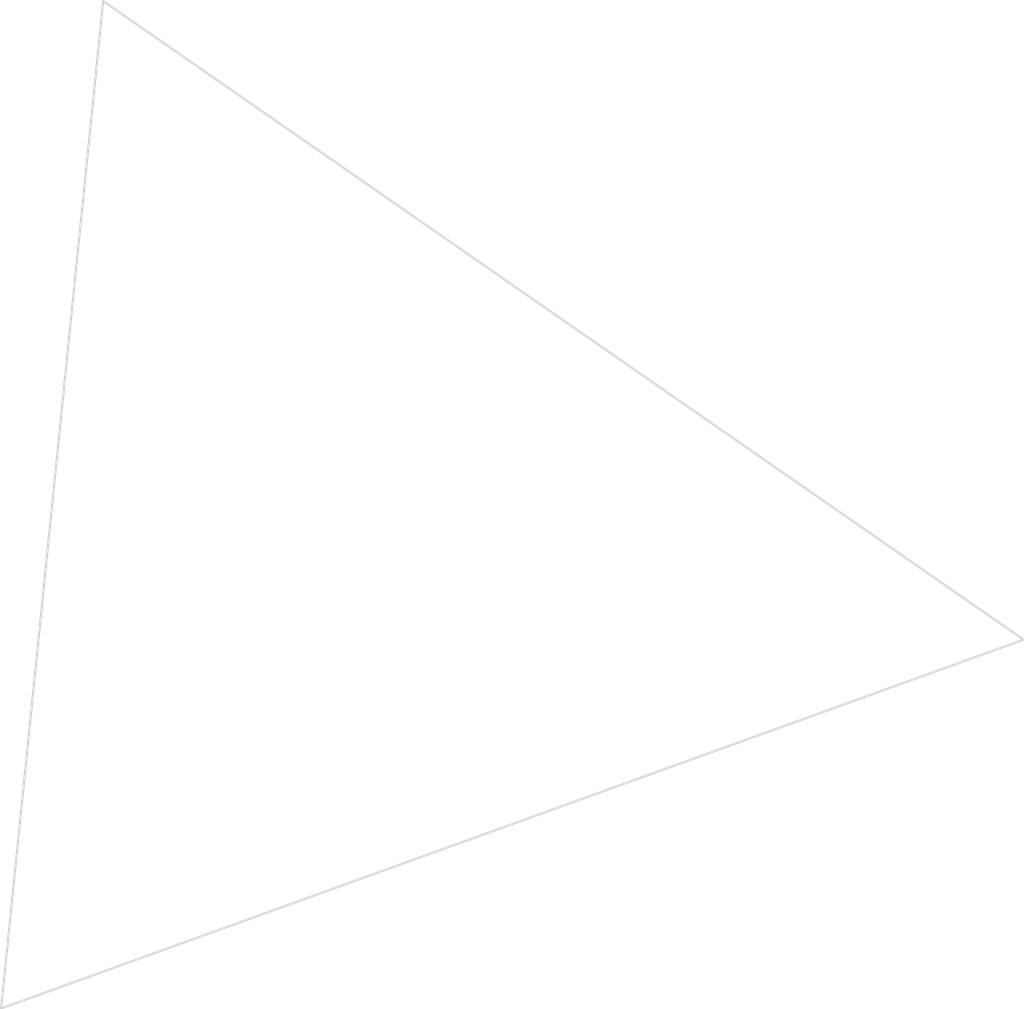
<source format=kicad_pcb>
(kicad_pcb (version 20171130) (host pcbnew "(5.1.12)-1")

  (general
    (thickness 1.6)
    (drawings 3)
    (tracks 0)
    (zones 0)
    (modules 0)
    (nets 1)
  )

  (page A4)
  (layers
    (0 F.Cu signal)
    (31 B.Cu signal)
    (32 B.Adhes user)
    (33 F.Adhes user)
    (34 B.Paste user)
    (35 F.Paste user)
    (36 B.SilkS user)
    (37 F.SilkS user)
    (38 B.Mask user)
    (39 F.Mask user)
    (40 Dwgs.User user)
    (41 Cmts.User user)
    (42 Eco1.User user)
    (43 Eco2.User user)
    (44 Edge.Cuts user)
    (45 Margin user)
    (46 B.CrtYd user)
    (47 F.CrtYd user)
    (48 B.Fab user)
    (49 F.Fab user)
  )

  (setup
    (last_trace_width 0.25)
    (trace_clearance 0.2)
    (zone_clearance 0.508)
    (zone_45_only no)
    (trace_min 0.2)
    (via_size 0.8)
    (via_drill 0.4)
    (via_min_size 0.4)
    (via_min_drill 0.3)
    (uvia_size 0.3)
    (uvia_drill 0.1)
    (uvias_allowed no)
    (uvia_min_size 0.2)
    (uvia_min_drill 0.1)
    (edge_width 0.05)
    (segment_width 0.2)
    (pcb_text_width 0.3)
    (pcb_text_size 1.5 1.5)
    (mod_edge_width 0.12)
    (mod_text_size 1 1)
    (mod_text_width 0.15)
    (pad_size 1.524 1.524)
    (pad_drill 0.762)
    (pad_to_mask_clearance 0)
    (aux_axis_origin 0 0)
    (visible_elements FFFFFF7F)
    (pcbplotparams
      (layerselection 0x010fc_ffffffff)
      (usegerberextensions false)
      (usegerberattributes true)
      (usegerberadvancedattributes true)
      (creategerberjobfile true)
      (excludeedgelayer true)
      (linewidth 0.100000)
      (plotframeref false)
      (viasonmask false)
      (mode 1)
      (useauxorigin false)
      (hpglpennumber 1)
      (hpglpenspeed 20)
      (hpglpendiameter 15.000000)
      (psnegative false)
      (psa4output false)
      (plotreference true)
      (plotvalue true)
      (plotinvisibletext false)
      (padsonsilk false)
      (subtractmaskfromsilk false)
      (outputformat 1)
      (mirror false)
      (drillshape 1)
      (scaleselection 1)
      (outputdirectory ""))
  )

  (net 0 "")

  (net_class Default "This is the default net class."
    (clearance 0.2)
    (trace_width 0.25)
    (via_dia 0.8)
    (via_drill 0.4)
    (uvia_dia 0.3)
    (uvia_drill 0.1)
  )

  (gr_line (start 179.45 101.8) (end 202.725 93.4) (layer Edge.Cuts) (width 0.05))
  (gr_line (start 181.775 78.85) (end 179.45 101.8) (layer Edge.Cuts) (width 0.05))
  (gr_line (start 202.7 93.375) (end 181.775 78.85) (layer Edge.Cuts) (width 0.05))

)

</source>
